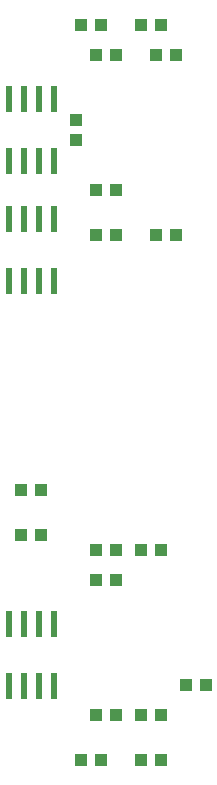
<source format=gtp>
G04 EAGLE Gerber RS-274X export*
G75*
%MOMM*%
%FSLAX34Y34*%
%LPD*%
%INTop Paste*%
%IPPOS*%
%AMOC8*
5,1,8,0,0,1.08239X$1,22.5*%
G01*
%ADD10R,1.100000X1.000000*%
%ADD11R,0.600000X2.200000*%
%ADD12R,1.000000X1.100000*%


D10*
X29600Y419100D03*
X46600Y419100D03*
X29600Y381000D03*
X46600Y381000D03*
D11*
X31750Y697900D03*
X31750Y749900D03*
X19050Y697900D03*
X44450Y697900D03*
X57150Y697900D03*
X19050Y749900D03*
X44450Y749900D03*
X57150Y749900D03*
X31750Y596300D03*
X31750Y648300D03*
X19050Y596300D03*
X44450Y596300D03*
X57150Y596300D03*
X19050Y648300D03*
X44450Y648300D03*
X57150Y648300D03*
X31750Y253400D03*
X31750Y305400D03*
X19050Y253400D03*
X44450Y253400D03*
X57150Y253400D03*
X19050Y305400D03*
X44450Y305400D03*
X57150Y305400D03*
D12*
X93100Y342900D03*
X110100Y342900D03*
X80400Y190500D03*
X97400Y190500D03*
X131200Y190500D03*
X148200Y190500D03*
X169300Y254000D03*
X186300Y254000D03*
X131200Y228600D03*
X148200Y228600D03*
X93100Y228600D03*
X110100Y228600D03*
X131200Y368300D03*
X148200Y368300D03*
X93100Y368300D03*
X110100Y368300D03*
X93100Y787400D03*
X110100Y787400D03*
X80400Y812800D03*
X97400Y812800D03*
X143900Y787400D03*
X160900Y787400D03*
D10*
X76200Y715400D03*
X76200Y732400D03*
D12*
X110100Y673100D03*
X93100Y673100D03*
X131200Y812800D03*
X148200Y812800D03*
X143900Y635000D03*
X160900Y635000D03*
X93100Y635000D03*
X110100Y635000D03*
M02*

</source>
